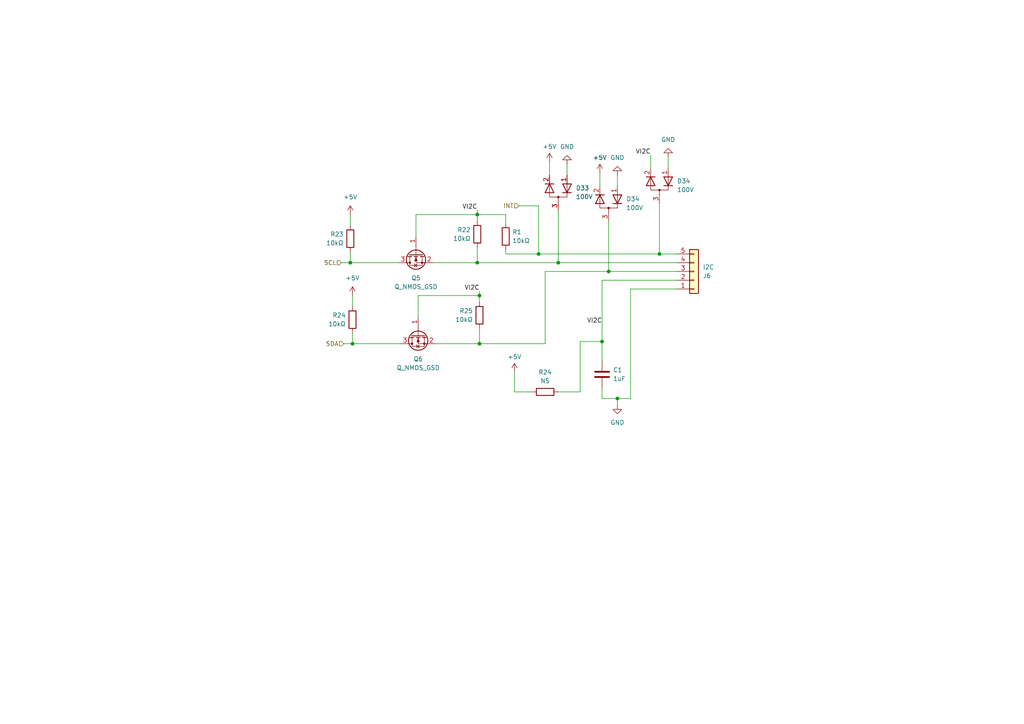
<source format=kicad_sch>
(kicad_sch (version 20230121) (generator eeschema)
  (paper "A4")
  (lib_symbols
    (symbol "Connector_Generic:Conn_01x05" (pin_names (offset 1.016) hide)
      (property "Reference" "J" (at 0 7.62 0))
      (property "Value" "Conn_01x05" (at 0 -7.62 0))
      (symbol "Conn_01x05_1_1"
        (rectangle (start -1.27 -4.953) (end 0 -5.207) (stroke (width 0.1524)))
        (rectangle (start -1.27 -2.413) (end 0 -2.667) (stroke (width 0.1524)))
        (rectangle (start -1.27 0.127) (end 0 -0.127) (stroke (width 0.1524)))
        (rectangle (start -1.27 2.667) (end 0 2.413) (stroke (width 0.1524)))
        (rectangle (start -1.27 5.207) (end 0 4.953) (stroke (width 0.1524)))
        (rectangle (start -1.27 6.35) (end 1.27 -6.35) (stroke (width 0.254)) (fill (type background)))
        (pin passive line (at -5.08 5.08 0) (length 3.81) (name "Pin_1") (number "1"))
        (pin passive line (at -5.08 2.54 0) (length 3.81) (name "Pin_2") (number "2"))
        (pin passive line (at -5.08 0 0) (length 3.81) (name "Pin_3") (number "3"))
        (pin passive line (at -5.08 -2.54 0) (length 3.81) (name "Pin_4") (number "4"))
        (pin passive line (at -5.08 -5.08 0) (length 3.81) (name "Pin_5") (number "5"))
      )
    )
    (symbol "Device:C" (pin_numbers hide) (pin_names (offset 0.254))
      (property "Reference" "C" (at 0.635 2.54 0))
      (property "Value" "C" (at 0.635 -2.54 0))
      (symbol "C_0_1"
        (polyline (pts (xy -2.032 -0.762) (xy 2.032 -0.762)) (stroke (width 0.508)))
        (polyline (pts (xy -2.032 0.762) (xy 2.032 0.762)) (stroke (width 0.508)))
      )
      (symbol "C_1_1"
        (pin passive line (at 0 3.81 270) (length 2.794) (name "~") (number "1"))
        (pin passive line (at 0 -3.81 90) (length 2.794) (name "~") (number "2"))
      )
    )
    (symbol "Device:D_Dual_Series_AKC_Parallel" (pin_names (offset 0.762) hide)
      (property "Reference" "D" (at 0 5.08 0))
      (property "Value" "D_Dual_Series_AKC_Parallel" (at 0 -5.08 0))
      (symbol "D_Dual_Series_AKC_Parallel_0_0"
        (polyline (pts (xy 0 -1.27) (xy 0 -3.81)) (stroke (width 0.254)))
        (polyline (pts (xy 2.54 3.81) (xy 2.54 1.27)) (stroke (width 0.254)))
      )
      (symbol "D_Dual_Series_AKC_Parallel_0_1"
        (circle (center -1.27 0) (radius 0.254) (fill (type outline)))
        (polyline (pts (xy -1.27 0) (xy -2.54 0)))
        (polyline (pts (xy 2.54 2.54) (xy -1.27 2.54) (xy -1.27 -2.54) (xy 2.54 -2.54)))
        (polyline (pts (xy 0 3.81) (xy 2.54 2.54) (xy 0 1.27) (xy 0 3.81) (xy 0 3.81) (xy 0 3.81)) (stroke (width 0.254)))
        (polyline (pts (xy 2.54 -1.27) (xy 0 -2.54) (xy 2.54 -3.81) (xy 2.54 -1.27) (xy 2.54 -1.27) (xy 2.54 -1.27)) (stroke (width 0.254)))
        (pin passive line (at 5.08 -2.54 180) (length 2.54) (name "K") (number "1"))
        (pin passive line (at 5.08 2.54 180) (length 2.54) (name "K") (number "2"))
        (pin passive line (at -5.08 0 0) (length 2.54) (name "A") (number "3"))
      )
    )
    (symbol "Device:Q_NMOS_GSD" (pin_names (offset 0) hide)
      (property "Reference" "Q" (at 5.08 1.27 0))
      (property "Value" "Q_NMOS_GSD" (at 5.08 -1.27 0))
      (symbol "Q_NMOS_GSD_0_1"
        (polyline (pts (xy 0.254 0) (xy -2.54 0)))
        (polyline (pts (xy 0.254 1.905) (xy 0.254 -1.905)) (stroke (width 0.254)))
        (polyline (pts (xy 0.762 -1.27) (xy 0.762 -2.286)) (stroke (width 0.254)))
        (polyline (pts (xy 0.762 0.508) (xy 0.762 -0.508)) (stroke (width 0.254)))
        (polyline (pts (xy 0.762 2.286) (xy 0.762 1.27)) (stroke (width 0.254)))
        (polyline (pts (xy 2.54 2.54) (xy 2.54 1.778)))
        (polyline (pts (xy 2.54 -2.54) (xy 2.54 0) (xy 0.762 0)))
        (polyline (pts (xy 0.762 -1.778) (xy 3.302 -1.778) (xy 3.302 1.778) (xy 0.762 1.778)))
        (polyline (pts (xy 1.016 0) (xy 2.032 0.381) (xy 2.032 -0.381) (xy 1.016 0)) (fill (type outline)))
        (polyline (pts (xy 2.794 0.508) (xy 2.921 0.381) (xy 3.683 0.381) (xy 3.81 0.254)))
        (polyline (pts (xy 3.302 0.381) (xy 2.921 -0.254) (xy 3.683 -0.254) (xy 3.302 0.381)))
        (circle (center 1.651 0) (radius 2.794) (stroke (width 0.254)))
        (circle (center 2.54 -1.778) (radius 0.254) (fill (type outline)))
        (circle (center 2.54 1.778) (radius 0.254) (fill (type outline)))
      )
      (symbol "Q_NMOS_GSD_1_1"
        (pin input line (at -5.08 0 0) (length 2.54) (name "G") (number "1"))
        (pin passive line (at 2.54 -5.08 90) (length 2.54) (name "S") (number "2"))
        (pin passive line (at 2.54 5.08 270) (length 2.54) (name "D") (number "3"))
      )
    )
    (symbol "Device:R" (pin_numbers hide) (pin_names (offset 0))
      (property "Reference" "R" (at 2.032 0 90))
      (property "Value" "R" (at 0 0 90))
      (symbol "R_0_1"
        (rectangle (start -1.016 -2.54) (end 1.016 2.54) (stroke (width 0.254)))
      )
      (symbol "R_1_1"
        (pin passive line (at 0 3.81 270) (length 1.27) (name "~") (number "1"))
        (pin passive line (at 0 -3.81 90) (length 1.27) (name "~") (number "2"))
      )
    )
    (symbol "power:+5V" (power) (pin_names (offset 0))
      (property "Value" "+5V" (at 0 3.556 0))
      (symbol "+5V_0_1"
        (polyline (pts (xy -0.762 1.27) (xy 0 2.54)))
        (polyline (pts (xy 0 0) (xy 0 2.54)))
        (polyline (pts (xy 0 2.54) (xy 0.762 1.27)))
      )
      (symbol "+5V_1_1"
        (pin power_in line (at 0 0 90) (length 0) hide (name "+5V") (number "1"))
      )
    )
    (symbol "power:GND" (power) (pin_names (offset 0))
      (property "Value" "GND" (at 0 -3.81 0))
      (symbol "GND_0_1"
        (polyline (pts (xy 0 0) (xy 0 -1.27) (xy 1.27 -1.27) (xy 0 -2.54) (xy -1.27 -1.27) (xy 0 -1.27)))
      )
      (symbol "GND_1_1"
        (pin power_in line (at 0 0 270) (length 0) hide (name "GND") (number "1"))
      )
    )
  )
  (junction (at 138.43 62.23))
  (junction (at 139.065 85.725))
  (junction (at 139.065 99.695))
  (junction (at 174.625 99.06))
  (junction (at 179.07 115.57))
  (junction (at 191.262 73.66))
  (junction (at 176.53 78.74))
  (junction (at 156.21 73.66))
  (junction (at 161.925 76.2))
  (junction (at 102.235 99.695))
  (junction (at 101.6 76.2))
  (junction (at 138.43 76.2))
  (wire (pts (xy 149.225 107.95) (xy 149.225 113.665)))
  (wire (pts (xy 138.43 71.755) (xy 138.43 76.2)))
  (wire (pts (xy 101.6 73.025) (xy 101.6 76.2)))
  (wire (pts (xy 196.215 78.74) (xy 176.53 78.74)))
  (wire (pts (xy 161.925 76.2) (xy 196.215 76.2)))
  (wire (pts (xy 139.065 99.695) (xy 126.365 99.695)))
  (wire (pts (xy 182.88 115.57) (xy 179.07 115.57)))
  (wire (pts (xy 116.205 99.695) (xy 102.235 99.695)))
  (wire (pts (xy 146.685 73.66) (xy 156.21 73.66)))
  (wire (pts (xy 156.21 59.69) (xy 156.21 73.66)))
  (wire (pts (xy 158.115 78.74) (xy 158.115 99.695)))
  (wire (pts (xy 139.065 84.455) (xy 139.065 85.725)))
  (wire (pts (xy 138.43 60.96) (xy 138.43 62.23)))
  (wire (pts (xy 146.685 72.39) (xy 146.685 73.66)))
  (wire (pts (xy 158.115 78.74) (xy 176.53 78.74)))
  (wire (pts (xy 139.065 85.725) (xy 139.065 87.63)))
  (wire (pts (xy 179.07 115.57) (xy 179.07 117.475)))
  (wire (pts (xy 161.925 76.2) (xy 161.925 60.96)))
  (wire (pts (xy 121.285 92.075) (xy 121.285 85.725)))
  (wire (pts (xy 138.43 62.23) (xy 146.685 62.23)))
  (wire (pts (xy 179.07 50.8) (xy 179.07 53.975)))
  (wire (pts (xy 161.925 113.665) (xy 168.275 113.665)))
  (wire (pts (xy 168.275 99.06) (xy 174.625 99.06)))
  (wire (pts (xy 138.43 62.23) (xy 138.43 64.135)))
  (wire (pts (xy 168.275 113.665) (xy 168.275 99.06)))
  (wire (pts (xy 99.695 99.695) (xy 102.235 99.695)))
  (wire (pts (xy 191.262 58.928) (xy 191.262 73.66)))
  (wire (pts (xy 149.225 113.665) (xy 154.305 113.665)))
  (wire (pts (xy 179.07 115.57) (xy 174.625 115.57)))
  (wire (pts (xy 115.57 76.2) (xy 101.6 76.2)))
  (wire (pts (xy 102.235 96.52) (xy 102.235 99.695)))
  (wire (pts (xy 173.99 50.165) (xy 173.99 53.975)))
  (wire (pts (xy 120.65 68.58) (xy 120.65 62.23)))
  (wire (pts (xy 102.235 85.725) (xy 102.235 88.9)))
  (wire (pts (xy 196.215 83.82) (xy 182.88 83.82)))
  (wire (pts (xy 139.065 95.25) (xy 139.065 99.695)))
  (wire (pts (xy 146.685 62.23) (xy 146.685 64.77)))
  (wire (pts (xy 174.625 81.28) (xy 174.625 99.06)))
  (wire (pts (xy 138.43 76.2) (xy 125.73 76.2)))
  (wire (pts (xy 188.722 44.958) (xy 188.722 48.768)))
  (wire (pts (xy 164.465 47.625) (xy 164.465 50.8)))
  (wire (pts (xy 182.88 83.82) (xy 182.88 115.57)))
  (wire (pts (xy 150.495 59.69) (xy 156.21 59.69)))
  (wire (pts (xy 159.385 46.99) (xy 159.385 50.8)))
  (wire (pts (xy 176.53 64.135) (xy 176.53 78.74)))
  (wire (pts (xy 138.43 76.2) (xy 161.925 76.2)))
  (wire (pts (xy 99.06 76.2) (xy 101.6 76.2)))
  (wire (pts (xy 121.285 85.725) (xy 139.065 85.725)))
  (wire (pts (xy 174.625 81.28) (xy 196.215 81.28)))
  (wire (pts (xy 193.802 45.593) (xy 193.802 48.768)))
  (wire (pts (xy 101.6 62.23) (xy 101.6 65.405)))
  (wire (pts (xy 174.625 99.06) (xy 174.625 104.775)))
  (wire (pts (xy 191.262 73.66) (xy 196.215 73.66)))
  (wire (pts (xy 156.21 73.66) (xy 191.262 73.66)))
  (wire (pts (xy 174.625 115.57) (xy 174.625 112.395)))
  (wire (pts (xy 139.065 99.695) (xy 158.115 99.695)))
  (wire (pts (xy 120.65 62.23) (xy 138.43 62.23)))
  (label "VI2C" (at 188.722 44.958 180))
  (label "VI2C" (at 139.065 84.455 180))
  (label "VI2C" (at 138.43 60.96 180))
  (label "VI2C" (at 174.625 93.98 180))
  (hierarchical_label "INT" (shape input) (at 150.495 59.69 180))
  (hierarchical_label "SCL" (shape input) (at 99.06 76.2 180))
  (hierarchical_label "SDA" (shape input) (at 99.695 99.695 180))
  (symbol (lib_id "Device:C") (at 174.625 108.585 0) (unit 1)
    (property "Reference" "C1" (at 177.8 107.315 0) (effects (justify left)))
    (property "Value" "1uF" (at 177.8 109.855 0) (effects (justify left)))
    (property "Footprint" "Capacitor_SMD:C_0805_2012Metric" (effects hide))
    (instances (project "PowerDIOI2C" (path "" (reference "C1") (unit 1)) (path "" (reference "C14") (unit 1))))
  )
  (symbol (lib_id "Device:R") (at 158.115 113.665 270) (mirror x) (unit 1)
    (property "Reference" "R24" (at 158.115 107.95 90))
    (property "Value" "NS" (at 158.115 110.49 90))
    (property "Footprint" "Resistor_SMD:R_0805_2012Metric" (effects hide))
    (instances (project "PowerDIOI2C" (path "" (reference "R24") (unit 1)) (path "" (reference "R44") (unit 1))))
  )
  (symbol (lib_id "power:+5V") (at 102.235 85.725 0) (mirror y) (unit 1)
    (property "Reference" "#PWR07" (effects hide))
    (property "Value" "+5V" (at 102.235 80.645 0))
    (instances (project "PowerDIOI2C" (path "" (reference "#PWR07") (unit 1)) (path "" (reference "#PWR052") (unit 1))))
  )
  (symbol (lib_id "Device:R") (at 146.685 68.58 180) (unit 1)
    (property "Reference" "R1" (at 148.59 67.31 0) (effects (justify right)))
    (property "Value" "10kΩ" (at 148.59 69.85 0) (effects (justify right)))
    (property "Footprint" "Resistor_SMD:R_0805_2012Metric" (effects hide))
    (instances (project "PowerDIOI2C" (path "" (reference "R1") (unit 1)) (path "" (reference "R43") (unit 1))))
  )
  (symbol (lib_id "Device:Q_NMOS_GSD") (at 120.65 73.66 90) (mirror x) (unit 1)
    (property "Reference" "Q5" (at 120.65 80.645 90))
    (property "Value" "Q_NMOS_GSD" (at 120.65 83.185 90))
    (property "Footprint" "Package_TO_SOT_SMD:SOT-23" (effects hide))
    (instances (project "PowerDIOI2C" (path "" (reference "Q5") (unit 1)) (path "" (reference "Q1") (unit 1))))
  )
  (symbol (lib_id "power:+5V") (at 159.385 46.99 0) (unit 1)
    (property "Reference" "#PWR09" (effects hide))
    (property "Value" "+5V" (at 159.385 42.545 0))
    (instances (project "PowerDIOI2C" (path "" (reference "#PWR09") (unit 1)) (path "" (reference "#PWR054") (unit 1))))
  )
  (symbol (lib_id "Device:R") (at 101.6 69.215 0) (mirror x) (unit 1)
    (property "Reference" "R23" (at 99.695 67.945 0) (effects (justify right)))
    (property "Value" "10kΩ" (at 99.695 70.485 0) (effects (justify right)))
    (property "Footprint" "Resistor_SMD:R_0805_2012Metric" (effects hide))
    (instances (project "PowerDIOI2C" (path "" (reference "R23") (unit 1)) (path "" (reference "R39") (unit 1))))
  )
  (symbol (lib_id "Device:R") (at 102.235 92.71 0) (mirror x) (unit 1)
    (property "Reference" "R24" (at 100.33 91.44 0) (effects (justify right)))
    (property "Value" "10kΩ" (at 100.33 93.98 0) (effects (justify right)))
    (property "Footprint" "Resistor_SMD:R_0805_2012Metric" (effects hide))
    (instances (project "PowerDIOI2C" (path "" (reference "R24") (unit 1)) (path "" (reference "R40") (unit 1))))
  )
  (symbol (lib_id "Device:D_Dual_Series_AKC_Parallel") (at 161.925 55.88 90) (unit 1)
    (property "Reference" "D33" (at 167.005 54.5465 90) (effects (justify right)))
    (property "Value" "100V" (at 167.005 57.0865 90) (effects (justify right)))
    (property "Footprint" "Package_TO_SOT_SMD:SOT-23-3" (effects hide))
    (instances (project "PowerDIOI2C" (path "" (reference "D33") (unit 1)) (path "" (reference "D17") (unit 1))))
  )
  (symbol (lib_id "Connector_Generic:Conn_01x05") (at 201.295 78.74 0) (mirror x) (unit 1)
    (property "Reference" "J6" (at 203.835 80.01 0) (effects (justify left)))
    (property "Value" "I2C" (at 203.835 77.47 0) (effects (justify left)))
    (property "Footprint" "Connector_PinHeader_2.54mm:PinHeader_1x05_P2.54mm_Vertical" (effects hide))
    (instances (project "PowerDIOI2C" (path "" (reference "J6") (unit 1)) (path "" (reference "J9") (unit 1))))
  )
  (symbol (lib_id "Device:R") (at 139.065 91.44 0) (mirror x) (unit 1)
    (property "Reference" "R25" (at 137.16 90.17 0) (effects (justify right)))
    (property "Value" "10kΩ" (at 137.16 92.71 0) (effects (justify right)))
    (property "Footprint" "Resistor_SMD:R_0805_2012Metric" (effects hide))
    (instances (project "PowerDIOI2C" (path "" (reference "R25") (unit 1)) (path "" (reference "R42") (unit 1))))
  )
  (symbol (lib_id "power:+5V") (at 149.225 107.95 0) (unit 1)
    (property "Reference" "#PWR011" (effects hide))
    (property "Value" "+5V" (at 149.225 103.505 0))
    (instances (project "PowerDIOI2C" (path "" (reference "#PWR011") (unit 1)) (path "" (reference "#PWR053") (unit 1))))
  )
  (symbol (lib_id "Device:D_Dual_Series_AKC_Parallel") (at 176.53 59.055 90) (unit 1)
    (property "Reference" "D34" (at 181.61 57.7215 90) (effects (justify right)))
    (property "Value" "100V" (at 181.61 60.2615 90) (effects (justify right)))
    (property "Footprint" "Package_TO_SOT_SMD:SOT-23-3" (effects hide))
    (instances (project "PowerDIOI2C" (path "" (reference "D34") (unit 1)) (path "" (reference "D18") (unit 1))))
  )
  (symbol (lib_id "power:GND") (at 179.07 50.8 180) (unit 1)
    (property "Reference" "#PWR012" (effects hide))
    (property "Value" "GND" (at 179.07 45.72 0))
    (instances (project "PowerDIOI2C" (path "" (reference "#PWR012") (unit 1)) (path "" (reference "#PWR057") (unit 1))))
  )
  (symbol (lib_id "power:GND") (at 179.07 117.475 0) (unit 1)
    (property "Reference" "#PWR0136" (effects hide))
    (property "Value" "GND" (at 179.07 122.555 0))
    (instances (project "PowerDIOI2C" (path "" (reference "#PWR0136") (unit 1)) (path "" (reference "#PWR058") (unit 1))))
  )
  (symbol (lib_id "power:GND") (at 164.465 47.625 180) (unit 1)
    (property "Reference" "#PWR010" (effects hide))
    (property "Value" "GND" (at 164.465 42.545 0))
    (instances (project "PowerDIOI2C" (path "" (reference "#PWR010") (unit 1)) (path "" (reference "#PWR055") (unit 1))))
  )
  (symbol (lib_id "power:GND") (at 193.802 45.593 180) (unit 1)
    (property "Reference" "#PWR012" (effects hide))
    (property "Value" "GND" (at 193.802 40.513 0))
    (instances (project "PowerDIOI2C" (path "" (reference "#PWR012") (unit 1)) (path "" (reference "#PWR048") (unit 1))))
  )
  (symbol (lib_id "Device:Q_NMOS_GSD") (at 121.285 97.155 90) (mirror x) (unit 1)
    (property "Reference" "Q6" (at 121.285 104.14 90))
    (property "Value" "Q_NMOS_GSD" (at 121.285 106.68 90))
    (property "Footprint" "Package_TO_SOT_SMD:SOT-23" (effects hide))
    (instances (project "PowerDIOI2C" (path "" (reference "Q6") (unit 1)) (path "" (reference "Q2") (unit 1))))
  )
  (symbol (lib_id "power:+5V") (at 101.6 62.23 0) (mirror y) (unit 1)
    (property "Reference" "#PWR075" (effects hide))
    (property "Value" "+5V" (at 101.6 57.15 0))
    (instances (project "PowerDIOI2C" (path "" (reference "#PWR075") (unit 1)) (path "" (reference "#PWR051") (unit 1))))
  )
  (symbol (lib_id "Device:D_Dual_Series_AKC_Parallel") (at 191.262 53.848 90) (unit 1)
    (property "Reference" "D34" (at 196.342 52.5145 90) (effects (justify right)))
    (property "Value" "100V" (at 196.342 55.0545 90) (effects (justify right)))
    (property "Footprint" "Package_TO_SOT_SMD:SOT-23-3" (effects hide))
    (instances (project "PowerDIOI2C" (path "" (reference "D34") (unit 1)) (path "" (reference "D39") (unit 1))))
  )
  (symbol (lib_id "Device:R") (at 138.43 67.945 0) (mirror x) (unit 1)
    (property "Reference" "R22" (at 136.525 66.675 0) (effects (justify right)))
    (property "Value" "10kΩ" (at 136.525 69.215 0) (effects (justify right)))
    (property "Footprint" "Resistor_SMD:R_0805_2012Metric" (effects hide))
    (instances (project "PowerDIOI2C" (path "" (reference "R22") (unit 1)) (path "" (reference "R41") (unit 1))))
  )
  (symbol (lib_id "power:+5V") (at 173.99 50.165 0) (unit 1)
    (property "Reference" "#PWR011" (effects hide))
    (property "Value" "+5V" (at 173.99 45.72 0))
    (instances (project "PowerDIOI2C" (path "" (reference "#PWR011") (unit 1)) (path "" (reference "#PWR056") (unit 1))))
  )
)
</source>
